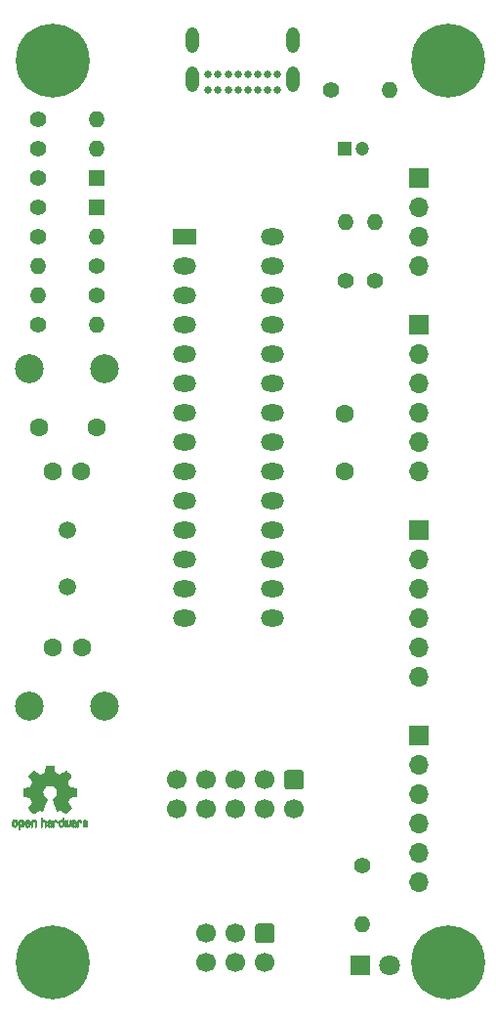
<source format=gts>
G04 #@! TF.GenerationSoftware,KiCad,Pcbnew,(5.1.7-0-10_14)*
G04 #@! TF.CreationDate,2020-11-10T17:03:04+01:00*
G04 #@! TF.ProjectId,328p-standalone,33323870-2d73-4746-916e-64616c6f6e65,rev?*
G04 #@! TF.SameCoordinates,Original*
G04 #@! TF.FileFunction,Soldermask,Top*
G04 #@! TF.FilePolarity,Negative*
%FSLAX46Y46*%
G04 Gerber Fmt 4.6, Leading zero omitted, Abs format (unit mm)*
G04 Created by KiCad (PCBNEW (5.1.7-0-10_14)) date 2020-11-10 17:03:04*
%MOMM*%
%LPD*%
G01*
G04 APERTURE LIST*
%ADD10C,0.010000*%
%ADD11C,2.500000*%
%ADD12C,1.400000*%
%ADD13R,1.400000X1.400000*%
%ADD14O,2.000000X1.440000*%
%ADD15R,2.000000X1.440000*%
%ADD16O,1.108000X2.216000*%
%ADD17C,0.650000*%
%ADD18C,6.400000*%
%ADD19O,1.400000X1.400000*%
%ADD20C,1.800000*%
%ADD21R,1.800000X1.800000*%
%ADD22C,1.600000*%
%ADD23R,1.200000X1.200000*%
%ADD24C,1.200000*%
%ADD25C,1.700000*%
%ADD26R,1.700000X1.700000*%
%ADD27O,1.700000X1.700000*%
%ADD28C,1.500000*%
G04 APERTURE END LIST*
D10*
G36*
X72253910Y-154992348D02*
G01*
X72332454Y-154992778D01*
X72389298Y-154993942D01*
X72428105Y-154996207D01*
X72452538Y-154999940D01*
X72466262Y-155005506D01*
X72472940Y-155013273D01*
X72476236Y-155023605D01*
X72476556Y-155024943D01*
X72481562Y-155049079D01*
X72490829Y-155096701D01*
X72503392Y-155162741D01*
X72518287Y-155242128D01*
X72534551Y-155329796D01*
X72535119Y-155332875D01*
X72551410Y-155418789D01*
X72566652Y-155494696D01*
X72579861Y-155556045D01*
X72590054Y-155598282D01*
X72596248Y-155616855D01*
X72596543Y-155617184D01*
X72614788Y-155626253D01*
X72652405Y-155641367D01*
X72701271Y-155659262D01*
X72701543Y-155659358D01*
X72763093Y-155682493D01*
X72835657Y-155711965D01*
X72904057Y-155741597D01*
X72907294Y-155743062D01*
X73018702Y-155793626D01*
X73265399Y-155625160D01*
X73341077Y-155573803D01*
X73409631Y-155527889D01*
X73467088Y-155490030D01*
X73509476Y-155462837D01*
X73532825Y-155448921D01*
X73535042Y-155447889D01*
X73552010Y-155452484D01*
X73583701Y-155474655D01*
X73631352Y-155515447D01*
X73696198Y-155575905D01*
X73762397Y-155640227D01*
X73826214Y-155703612D01*
X73883329Y-155761451D01*
X73930305Y-155810175D01*
X73963703Y-155846210D01*
X73980085Y-155865984D01*
X73980694Y-155867002D01*
X73982505Y-155880572D01*
X73975683Y-155902733D01*
X73958540Y-155936478D01*
X73929393Y-155984800D01*
X73886555Y-156050692D01*
X73829448Y-156135517D01*
X73778766Y-156210177D01*
X73733461Y-156277140D01*
X73696150Y-156332516D01*
X73669452Y-156372420D01*
X73655985Y-156392962D01*
X73655137Y-156394356D01*
X73656781Y-156414038D01*
X73669245Y-156452293D01*
X73690048Y-156501889D01*
X73697462Y-156517728D01*
X73729814Y-156588290D01*
X73764328Y-156668353D01*
X73792365Y-156737629D01*
X73812568Y-156789045D01*
X73828615Y-156828119D01*
X73837888Y-156848541D01*
X73839041Y-156850114D01*
X73856096Y-156852721D01*
X73896298Y-156859863D01*
X73954302Y-156870523D01*
X74024763Y-156883685D01*
X74102335Y-156898333D01*
X74181672Y-156913449D01*
X74257431Y-156928018D01*
X74324264Y-156941022D01*
X74376828Y-156951445D01*
X74409776Y-156958270D01*
X74417857Y-156960199D01*
X74426205Y-156964962D01*
X74432506Y-156975718D01*
X74437045Y-156996098D01*
X74440104Y-157029734D01*
X74441967Y-157080255D01*
X74442918Y-157151292D01*
X74443240Y-157246476D01*
X74443257Y-157285492D01*
X74443257Y-157602799D01*
X74367057Y-157617839D01*
X74324663Y-157625995D01*
X74261400Y-157637899D01*
X74184962Y-157652116D01*
X74103043Y-157667210D01*
X74080400Y-157671355D01*
X74004806Y-157686053D01*
X73938953Y-157700505D01*
X73888366Y-157713375D01*
X73858574Y-157723322D01*
X73853612Y-157726287D01*
X73841426Y-157747283D01*
X73823953Y-157787967D01*
X73804577Y-157840322D01*
X73800734Y-157851600D01*
X73775339Y-157921523D01*
X73743817Y-158000418D01*
X73712969Y-158071266D01*
X73712817Y-158071595D01*
X73661447Y-158182733D01*
X73830399Y-158431253D01*
X73999352Y-158679772D01*
X73782429Y-158897058D01*
X73716819Y-158961726D01*
X73656979Y-159018733D01*
X73606267Y-159065033D01*
X73568046Y-159097584D01*
X73545675Y-159113343D01*
X73542466Y-159114343D01*
X73523626Y-159106469D01*
X73485180Y-159084578D01*
X73431330Y-159051267D01*
X73366276Y-159009131D01*
X73295940Y-158961943D01*
X73224555Y-158913810D01*
X73160908Y-158871928D01*
X73109041Y-158838871D01*
X73072995Y-158817218D01*
X73056867Y-158809543D01*
X73037189Y-158816037D01*
X72999875Y-158833150D01*
X72952621Y-158857326D01*
X72947612Y-158860013D01*
X72883977Y-158891927D01*
X72840341Y-158907579D01*
X72813202Y-158907745D01*
X72799057Y-158893204D01*
X72798975Y-158893000D01*
X72791905Y-158875779D01*
X72775042Y-158834899D01*
X72749695Y-158773525D01*
X72717171Y-158694819D01*
X72678778Y-158601947D01*
X72635822Y-158498072D01*
X72594222Y-158397502D01*
X72548504Y-158286516D01*
X72506526Y-158183703D01*
X72469548Y-158092215D01*
X72438827Y-158015201D01*
X72415622Y-157955815D01*
X72401190Y-157917209D01*
X72396743Y-157902800D01*
X72407896Y-157886272D01*
X72437069Y-157859930D01*
X72475971Y-157830887D01*
X72586757Y-157739039D01*
X72673351Y-157633759D01*
X72734716Y-157517266D01*
X72769815Y-157391776D01*
X72777608Y-157259507D01*
X72771943Y-157198457D01*
X72741078Y-157071795D01*
X72687920Y-156959941D01*
X72615767Y-156864001D01*
X72527917Y-156785076D01*
X72427665Y-156724270D01*
X72318310Y-156682687D01*
X72203147Y-156661428D01*
X72085475Y-156661599D01*
X71968590Y-156684301D01*
X71855789Y-156730638D01*
X71750369Y-156801713D01*
X71706368Y-156841911D01*
X71621979Y-156945129D01*
X71563222Y-157057925D01*
X71529704Y-157177010D01*
X71521035Y-157299095D01*
X71536823Y-157420893D01*
X71576678Y-157539116D01*
X71640207Y-157650475D01*
X71727021Y-157751684D01*
X71824029Y-157830887D01*
X71864437Y-157861162D01*
X71892982Y-157887219D01*
X71903257Y-157902825D01*
X71897877Y-157919843D01*
X71882575Y-157960500D01*
X71858612Y-158021642D01*
X71827244Y-158100119D01*
X71789732Y-158192780D01*
X71747333Y-158296472D01*
X71705663Y-158397526D01*
X71659690Y-158508607D01*
X71617107Y-158611541D01*
X71579221Y-158703165D01*
X71547340Y-158780316D01*
X71522771Y-158839831D01*
X71506820Y-158878544D01*
X71500910Y-158893000D01*
X71486948Y-158907685D01*
X71459940Y-158907642D01*
X71416413Y-158892099D01*
X71352890Y-158860284D01*
X71352388Y-158860013D01*
X71304560Y-158835323D01*
X71265897Y-158817338D01*
X71244095Y-158809614D01*
X71243133Y-158809543D01*
X71226721Y-158817378D01*
X71190487Y-158839165D01*
X71138474Y-158872328D01*
X71074725Y-158914291D01*
X71004060Y-158961943D01*
X70932116Y-159010191D01*
X70867274Y-159052151D01*
X70813735Y-159085227D01*
X70775697Y-159106821D01*
X70757533Y-159114343D01*
X70740808Y-159104457D01*
X70707180Y-159076826D01*
X70660010Y-159034495D01*
X70602658Y-158980505D01*
X70538484Y-158917899D01*
X70517497Y-158896983D01*
X70300499Y-158679623D01*
X70465668Y-158437220D01*
X70515864Y-158362781D01*
X70559919Y-158295972D01*
X70595362Y-158240665D01*
X70619719Y-158200729D01*
X70630522Y-158180036D01*
X70630838Y-158178563D01*
X70625143Y-158159058D01*
X70609826Y-158119822D01*
X70587537Y-158067430D01*
X70571893Y-158032355D01*
X70542641Y-157965201D01*
X70515094Y-157897358D01*
X70493737Y-157840034D01*
X70487935Y-157822572D01*
X70471452Y-157775938D01*
X70455340Y-157739905D01*
X70446490Y-157726287D01*
X70426960Y-157717952D01*
X70384334Y-157706137D01*
X70324145Y-157692181D01*
X70251922Y-157677422D01*
X70219600Y-157671355D01*
X70137522Y-157656273D01*
X70058795Y-157641669D01*
X69991109Y-157628980D01*
X69942160Y-157619642D01*
X69932943Y-157617839D01*
X69856743Y-157602799D01*
X69856743Y-157285492D01*
X69856914Y-157181154D01*
X69857616Y-157102213D01*
X69859134Y-157045038D01*
X69861749Y-157005999D01*
X69865746Y-156981465D01*
X69871409Y-156967805D01*
X69879020Y-156961389D01*
X69882143Y-156960199D01*
X69900978Y-156955980D01*
X69942588Y-156947562D01*
X70001630Y-156935961D01*
X70072757Y-156922195D01*
X70150625Y-156907280D01*
X70229887Y-156892232D01*
X70305198Y-156878069D01*
X70371213Y-156865806D01*
X70422587Y-156856461D01*
X70453975Y-156851050D01*
X70460959Y-156850114D01*
X70467285Y-156837596D01*
X70481290Y-156804246D01*
X70500355Y-156756377D01*
X70507634Y-156737629D01*
X70536996Y-156665195D01*
X70571571Y-156585170D01*
X70602537Y-156517728D01*
X70625323Y-156466159D01*
X70640482Y-156423785D01*
X70645542Y-156397834D01*
X70644736Y-156394356D01*
X70634041Y-156377936D01*
X70609620Y-156341417D01*
X70574095Y-156288687D01*
X70530087Y-156223635D01*
X70480217Y-156150151D01*
X70470356Y-156135645D01*
X70412492Y-156049704D01*
X70369956Y-155984261D01*
X70341054Y-155936304D01*
X70324090Y-155902820D01*
X70317367Y-155880795D01*
X70319190Y-155867217D01*
X70319236Y-155867131D01*
X70333586Y-155849297D01*
X70365323Y-155814817D01*
X70411010Y-155767268D01*
X70467204Y-155710222D01*
X70530468Y-155647255D01*
X70537602Y-155640227D01*
X70617330Y-155563020D01*
X70678857Y-155506330D01*
X70723421Y-155469110D01*
X70752257Y-155450315D01*
X70764958Y-155447889D01*
X70783494Y-155458471D01*
X70821961Y-155482916D01*
X70876386Y-155518612D01*
X70942798Y-155562947D01*
X71017225Y-155613311D01*
X71034601Y-155625160D01*
X71281297Y-155793626D01*
X71392706Y-155743062D01*
X71460457Y-155713595D01*
X71533183Y-155683959D01*
X71595703Y-155660330D01*
X71598457Y-155659358D01*
X71647360Y-155641457D01*
X71685057Y-155626320D01*
X71703425Y-155617210D01*
X71703456Y-155617184D01*
X71709285Y-155600717D01*
X71719192Y-155560219D01*
X71732195Y-155500242D01*
X71747309Y-155425340D01*
X71763552Y-155340064D01*
X71764881Y-155332875D01*
X71781175Y-155245014D01*
X71796133Y-155165260D01*
X71808791Y-155098681D01*
X71818186Y-155050347D01*
X71823354Y-155025325D01*
X71823444Y-155024943D01*
X71826589Y-155014299D01*
X71832704Y-155006262D01*
X71845453Y-155000467D01*
X71868500Y-154996547D01*
X71905509Y-154994135D01*
X71960144Y-154992865D01*
X72036067Y-154992371D01*
X72136944Y-154992286D01*
X72150000Y-154992286D01*
X72253910Y-154992348D01*
G37*
X72253910Y-154992348D02*
X72332454Y-154992778D01*
X72389298Y-154993942D01*
X72428105Y-154996207D01*
X72452538Y-154999940D01*
X72466262Y-155005506D01*
X72472940Y-155013273D01*
X72476236Y-155023605D01*
X72476556Y-155024943D01*
X72481562Y-155049079D01*
X72490829Y-155096701D01*
X72503392Y-155162741D01*
X72518287Y-155242128D01*
X72534551Y-155329796D01*
X72535119Y-155332875D01*
X72551410Y-155418789D01*
X72566652Y-155494696D01*
X72579861Y-155556045D01*
X72590054Y-155598282D01*
X72596248Y-155616855D01*
X72596543Y-155617184D01*
X72614788Y-155626253D01*
X72652405Y-155641367D01*
X72701271Y-155659262D01*
X72701543Y-155659358D01*
X72763093Y-155682493D01*
X72835657Y-155711965D01*
X72904057Y-155741597D01*
X72907294Y-155743062D01*
X73018702Y-155793626D01*
X73265399Y-155625160D01*
X73341077Y-155573803D01*
X73409631Y-155527889D01*
X73467088Y-155490030D01*
X73509476Y-155462837D01*
X73532825Y-155448921D01*
X73535042Y-155447889D01*
X73552010Y-155452484D01*
X73583701Y-155474655D01*
X73631352Y-155515447D01*
X73696198Y-155575905D01*
X73762397Y-155640227D01*
X73826214Y-155703612D01*
X73883329Y-155761451D01*
X73930305Y-155810175D01*
X73963703Y-155846210D01*
X73980085Y-155865984D01*
X73980694Y-155867002D01*
X73982505Y-155880572D01*
X73975683Y-155902733D01*
X73958540Y-155936478D01*
X73929393Y-155984800D01*
X73886555Y-156050692D01*
X73829448Y-156135517D01*
X73778766Y-156210177D01*
X73733461Y-156277140D01*
X73696150Y-156332516D01*
X73669452Y-156372420D01*
X73655985Y-156392962D01*
X73655137Y-156394356D01*
X73656781Y-156414038D01*
X73669245Y-156452293D01*
X73690048Y-156501889D01*
X73697462Y-156517728D01*
X73729814Y-156588290D01*
X73764328Y-156668353D01*
X73792365Y-156737629D01*
X73812568Y-156789045D01*
X73828615Y-156828119D01*
X73837888Y-156848541D01*
X73839041Y-156850114D01*
X73856096Y-156852721D01*
X73896298Y-156859863D01*
X73954302Y-156870523D01*
X74024763Y-156883685D01*
X74102335Y-156898333D01*
X74181672Y-156913449D01*
X74257431Y-156928018D01*
X74324264Y-156941022D01*
X74376828Y-156951445D01*
X74409776Y-156958270D01*
X74417857Y-156960199D01*
X74426205Y-156964962D01*
X74432506Y-156975718D01*
X74437045Y-156996098D01*
X74440104Y-157029734D01*
X74441967Y-157080255D01*
X74442918Y-157151292D01*
X74443240Y-157246476D01*
X74443257Y-157285492D01*
X74443257Y-157602799D01*
X74367057Y-157617839D01*
X74324663Y-157625995D01*
X74261400Y-157637899D01*
X74184962Y-157652116D01*
X74103043Y-157667210D01*
X74080400Y-157671355D01*
X74004806Y-157686053D01*
X73938953Y-157700505D01*
X73888366Y-157713375D01*
X73858574Y-157723322D01*
X73853612Y-157726287D01*
X73841426Y-157747283D01*
X73823953Y-157787967D01*
X73804577Y-157840322D01*
X73800734Y-157851600D01*
X73775339Y-157921523D01*
X73743817Y-158000418D01*
X73712969Y-158071266D01*
X73712817Y-158071595D01*
X73661447Y-158182733D01*
X73830399Y-158431253D01*
X73999352Y-158679772D01*
X73782429Y-158897058D01*
X73716819Y-158961726D01*
X73656979Y-159018733D01*
X73606267Y-159065033D01*
X73568046Y-159097584D01*
X73545675Y-159113343D01*
X73542466Y-159114343D01*
X73523626Y-159106469D01*
X73485180Y-159084578D01*
X73431330Y-159051267D01*
X73366276Y-159009131D01*
X73295940Y-158961943D01*
X73224555Y-158913810D01*
X73160908Y-158871928D01*
X73109041Y-158838871D01*
X73072995Y-158817218D01*
X73056867Y-158809543D01*
X73037189Y-158816037D01*
X72999875Y-158833150D01*
X72952621Y-158857326D01*
X72947612Y-158860013D01*
X72883977Y-158891927D01*
X72840341Y-158907579D01*
X72813202Y-158907745D01*
X72799057Y-158893204D01*
X72798975Y-158893000D01*
X72791905Y-158875779D01*
X72775042Y-158834899D01*
X72749695Y-158773525D01*
X72717171Y-158694819D01*
X72678778Y-158601947D01*
X72635822Y-158498072D01*
X72594222Y-158397502D01*
X72548504Y-158286516D01*
X72506526Y-158183703D01*
X72469548Y-158092215D01*
X72438827Y-158015201D01*
X72415622Y-157955815D01*
X72401190Y-157917209D01*
X72396743Y-157902800D01*
X72407896Y-157886272D01*
X72437069Y-157859930D01*
X72475971Y-157830887D01*
X72586757Y-157739039D01*
X72673351Y-157633759D01*
X72734716Y-157517266D01*
X72769815Y-157391776D01*
X72777608Y-157259507D01*
X72771943Y-157198457D01*
X72741078Y-157071795D01*
X72687920Y-156959941D01*
X72615767Y-156864001D01*
X72527917Y-156785076D01*
X72427665Y-156724270D01*
X72318310Y-156682687D01*
X72203147Y-156661428D01*
X72085475Y-156661599D01*
X71968590Y-156684301D01*
X71855789Y-156730638D01*
X71750369Y-156801713D01*
X71706368Y-156841911D01*
X71621979Y-156945129D01*
X71563222Y-157057925D01*
X71529704Y-157177010D01*
X71521035Y-157299095D01*
X71536823Y-157420893D01*
X71576678Y-157539116D01*
X71640207Y-157650475D01*
X71727021Y-157751684D01*
X71824029Y-157830887D01*
X71864437Y-157861162D01*
X71892982Y-157887219D01*
X71903257Y-157902825D01*
X71897877Y-157919843D01*
X71882575Y-157960500D01*
X71858612Y-158021642D01*
X71827244Y-158100119D01*
X71789732Y-158192780D01*
X71747333Y-158296472D01*
X71705663Y-158397526D01*
X71659690Y-158508607D01*
X71617107Y-158611541D01*
X71579221Y-158703165D01*
X71547340Y-158780316D01*
X71522771Y-158839831D01*
X71506820Y-158878544D01*
X71500910Y-158893000D01*
X71486948Y-158907685D01*
X71459940Y-158907642D01*
X71416413Y-158892099D01*
X71352890Y-158860284D01*
X71352388Y-158860013D01*
X71304560Y-158835323D01*
X71265897Y-158817338D01*
X71244095Y-158809614D01*
X71243133Y-158809543D01*
X71226721Y-158817378D01*
X71190487Y-158839165D01*
X71138474Y-158872328D01*
X71074725Y-158914291D01*
X71004060Y-158961943D01*
X70932116Y-159010191D01*
X70867274Y-159052151D01*
X70813735Y-159085227D01*
X70775697Y-159106821D01*
X70757533Y-159114343D01*
X70740808Y-159104457D01*
X70707180Y-159076826D01*
X70660010Y-159034495D01*
X70602658Y-158980505D01*
X70538484Y-158917899D01*
X70517497Y-158896983D01*
X70300499Y-158679623D01*
X70465668Y-158437220D01*
X70515864Y-158362781D01*
X70559919Y-158295972D01*
X70595362Y-158240665D01*
X70619719Y-158200729D01*
X70630522Y-158180036D01*
X70630838Y-158178563D01*
X70625143Y-158159058D01*
X70609826Y-158119822D01*
X70587537Y-158067430D01*
X70571893Y-158032355D01*
X70542641Y-157965201D01*
X70515094Y-157897358D01*
X70493737Y-157840034D01*
X70487935Y-157822572D01*
X70471452Y-157775938D01*
X70455340Y-157739905D01*
X70446490Y-157726287D01*
X70426960Y-157717952D01*
X70384334Y-157706137D01*
X70324145Y-157692181D01*
X70251922Y-157677422D01*
X70219600Y-157671355D01*
X70137522Y-157656273D01*
X70058795Y-157641669D01*
X69991109Y-157628980D01*
X69942160Y-157619642D01*
X69932943Y-157617839D01*
X69856743Y-157602799D01*
X69856743Y-157285492D01*
X69856914Y-157181154D01*
X69857616Y-157102213D01*
X69859134Y-157045038D01*
X69861749Y-157005999D01*
X69865746Y-156981465D01*
X69871409Y-156967805D01*
X69879020Y-156961389D01*
X69882143Y-156960199D01*
X69900978Y-156955980D01*
X69942588Y-156947562D01*
X70001630Y-156935961D01*
X70072757Y-156922195D01*
X70150625Y-156907280D01*
X70229887Y-156892232D01*
X70305198Y-156878069D01*
X70371213Y-156865806D01*
X70422587Y-156856461D01*
X70453975Y-156851050D01*
X70460959Y-156850114D01*
X70467285Y-156837596D01*
X70481290Y-156804246D01*
X70500355Y-156756377D01*
X70507634Y-156737629D01*
X70536996Y-156665195D01*
X70571571Y-156585170D01*
X70602537Y-156517728D01*
X70625323Y-156466159D01*
X70640482Y-156423785D01*
X70645542Y-156397834D01*
X70644736Y-156394356D01*
X70634041Y-156377936D01*
X70609620Y-156341417D01*
X70574095Y-156288687D01*
X70530087Y-156223635D01*
X70480217Y-156150151D01*
X70470356Y-156135645D01*
X70412492Y-156049704D01*
X70369956Y-155984261D01*
X70341054Y-155936304D01*
X70324090Y-155902820D01*
X70317367Y-155880795D01*
X70319190Y-155867217D01*
X70319236Y-155867131D01*
X70333586Y-155849297D01*
X70365323Y-155814817D01*
X70411010Y-155767268D01*
X70467204Y-155710222D01*
X70530468Y-155647255D01*
X70537602Y-155640227D01*
X70617330Y-155563020D01*
X70678857Y-155506330D01*
X70723421Y-155469110D01*
X70752257Y-155450315D01*
X70764958Y-155447889D01*
X70783494Y-155458471D01*
X70821961Y-155482916D01*
X70876386Y-155518612D01*
X70942798Y-155562947D01*
X71017225Y-155613311D01*
X71034601Y-155625160D01*
X71281297Y-155793626D01*
X71392706Y-155743062D01*
X71460457Y-155713595D01*
X71533183Y-155683959D01*
X71595703Y-155660330D01*
X71598457Y-155659358D01*
X71647360Y-155641457D01*
X71685057Y-155626320D01*
X71703425Y-155617210D01*
X71703456Y-155617184D01*
X71709285Y-155600717D01*
X71719192Y-155560219D01*
X71732195Y-155500242D01*
X71747309Y-155425340D01*
X71763552Y-155340064D01*
X71764881Y-155332875D01*
X71781175Y-155245014D01*
X71796133Y-155165260D01*
X71808791Y-155098681D01*
X71818186Y-155050347D01*
X71823354Y-155025325D01*
X71823444Y-155024943D01*
X71826589Y-155014299D01*
X71832704Y-155006262D01*
X71845453Y-155000467D01*
X71868500Y-154996547D01*
X71905509Y-154994135D01*
X71960144Y-154992865D01*
X72036067Y-154992371D01*
X72136944Y-154992286D01*
X72150000Y-154992286D01*
X72253910Y-154992348D01*
G36*
X75303595Y-159716966D02*
G01*
X75361021Y-159754497D01*
X75388719Y-159788096D01*
X75410662Y-159849064D01*
X75412405Y-159897308D01*
X75408457Y-159961816D01*
X75259686Y-160026934D01*
X75187349Y-160060202D01*
X75140084Y-160086964D01*
X75115507Y-160110144D01*
X75111237Y-160132667D01*
X75124889Y-160157455D01*
X75139943Y-160173886D01*
X75183746Y-160200235D01*
X75231389Y-160202081D01*
X75275145Y-160181546D01*
X75307289Y-160140752D01*
X75313038Y-160126347D01*
X75340576Y-160081356D01*
X75372258Y-160062182D01*
X75415714Y-160045779D01*
X75415714Y-160107966D01*
X75411872Y-160150283D01*
X75396823Y-160185969D01*
X75365280Y-160226943D01*
X75360592Y-160232267D01*
X75325506Y-160268720D01*
X75295347Y-160288283D01*
X75257615Y-160297283D01*
X75226335Y-160300230D01*
X75170385Y-160300965D01*
X75130555Y-160291660D01*
X75105708Y-160277846D01*
X75066656Y-160247467D01*
X75039625Y-160214613D01*
X75022517Y-160173294D01*
X75013238Y-160117521D01*
X75009693Y-160041305D01*
X75009410Y-160002622D01*
X75010372Y-159956247D01*
X75098007Y-159956247D01*
X75099023Y-159981126D01*
X75101556Y-159985200D01*
X75118274Y-159979665D01*
X75154249Y-159965017D01*
X75202331Y-159944190D01*
X75212386Y-159939714D01*
X75273152Y-159908814D01*
X75306632Y-159881657D01*
X75313990Y-159856220D01*
X75296391Y-159830481D01*
X75281856Y-159819109D01*
X75229410Y-159796364D01*
X75180322Y-159800122D01*
X75139227Y-159827884D01*
X75110758Y-159877152D01*
X75101631Y-159916257D01*
X75098007Y-159956247D01*
X75010372Y-159956247D01*
X75011285Y-159912249D01*
X75018196Y-159845384D01*
X75031884Y-159796695D01*
X75054096Y-159760849D01*
X75086574Y-159732513D01*
X75100733Y-159723355D01*
X75165053Y-159699507D01*
X75235473Y-159698006D01*
X75303595Y-159716966D01*
G37*
X75303595Y-159716966D02*
X75361021Y-159754497D01*
X75388719Y-159788096D01*
X75410662Y-159849064D01*
X75412405Y-159897308D01*
X75408457Y-159961816D01*
X75259686Y-160026934D01*
X75187349Y-160060202D01*
X75140084Y-160086964D01*
X75115507Y-160110144D01*
X75111237Y-160132667D01*
X75124889Y-160157455D01*
X75139943Y-160173886D01*
X75183746Y-160200235D01*
X75231389Y-160202081D01*
X75275145Y-160181546D01*
X75307289Y-160140752D01*
X75313038Y-160126347D01*
X75340576Y-160081356D01*
X75372258Y-160062182D01*
X75415714Y-160045779D01*
X75415714Y-160107966D01*
X75411872Y-160150283D01*
X75396823Y-160185969D01*
X75365280Y-160226943D01*
X75360592Y-160232267D01*
X75325506Y-160268720D01*
X75295347Y-160288283D01*
X75257615Y-160297283D01*
X75226335Y-160300230D01*
X75170385Y-160300965D01*
X75130555Y-160291660D01*
X75105708Y-160277846D01*
X75066656Y-160247467D01*
X75039625Y-160214613D01*
X75022517Y-160173294D01*
X75013238Y-160117521D01*
X75009693Y-160041305D01*
X75009410Y-160002622D01*
X75010372Y-159956247D01*
X75098007Y-159956247D01*
X75099023Y-159981126D01*
X75101556Y-159985200D01*
X75118274Y-159979665D01*
X75154249Y-159965017D01*
X75202331Y-159944190D01*
X75212386Y-159939714D01*
X75273152Y-159908814D01*
X75306632Y-159881657D01*
X75313990Y-159856220D01*
X75296391Y-159830481D01*
X75281856Y-159819109D01*
X75229410Y-159796364D01*
X75180322Y-159800122D01*
X75139227Y-159827884D01*
X75110758Y-159877152D01*
X75101631Y-159916257D01*
X75098007Y-159956247D01*
X75010372Y-159956247D01*
X75011285Y-159912249D01*
X75018196Y-159845384D01*
X75031884Y-159796695D01*
X75054096Y-159760849D01*
X75086574Y-159732513D01*
X75100733Y-159723355D01*
X75165053Y-159699507D01*
X75235473Y-159698006D01*
X75303595Y-159716966D01*
G36*
X74294876Y-159706335D02*
G01*
X74336667Y-159725344D01*
X74369469Y-159748378D01*
X74393503Y-159774133D01*
X74410097Y-159807358D01*
X74420577Y-159852800D01*
X74426271Y-159915207D01*
X74428507Y-159999327D01*
X74428743Y-160054721D01*
X74428743Y-160270826D01*
X74391774Y-160287670D01*
X74362656Y-160299981D01*
X74348231Y-160304514D01*
X74345472Y-160291025D01*
X74343282Y-160254653D01*
X74341942Y-160201542D01*
X74341657Y-160159372D01*
X74340434Y-160098447D01*
X74337136Y-160050115D01*
X74332321Y-160020518D01*
X74328496Y-160014229D01*
X74302783Y-160020652D01*
X74262418Y-160037125D01*
X74215679Y-160059458D01*
X74170845Y-160083457D01*
X74136193Y-160104930D01*
X74120002Y-160119685D01*
X74119938Y-160119845D01*
X74121330Y-160147152D01*
X74133818Y-160173219D01*
X74155743Y-160194392D01*
X74187743Y-160201474D01*
X74215092Y-160200649D01*
X74253826Y-160200042D01*
X74274158Y-160209116D01*
X74286369Y-160233092D01*
X74287909Y-160237613D01*
X74293203Y-160271806D01*
X74279047Y-160292568D01*
X74242148Y-160302462D01*
X74202289Y-160304292D01*
X74130562Y-160290727D01*
X74093432Y-160271355D01*
X74047576Y-160225845D01*
X74023256Y-160169983D01*
X74021073Y-160110957D01*
X74041629Y-160055953D01*
X74072549Y-160021486D01*
X74103420Y-160002189D01*
X74151942Y-159977759D01*
X74208485Y-159952985D01*
X74217910Y-159949199D01*
X74280019Y-159921791D01*
X74315822Y-159897634D01*
X74327337Y-159873619D01*
X74316580Y-159846635D01*
X74298114Y-159825543D01*
X74254469Y-159799572D01*
X74206446Y-159797624D01*
X74162406Y-159817637D01*
X74130709Y-159857551D01*
X74126549Y-159867848D01*
X74102327Y-159905724D01*
X74066965Y-159933842D01*
X74022343Y-159956917D01*
X74022343Y-159891485D01*
X74024969Y-159851506D01*
X74036230Y-159819997D01*
X74061199Y-159786378D01*
X74085169Y-159760484D01*
X74122441Y-159723817D01*
X74151401Y-159704121D01*
X74182505Y-159696220D01*
X74217713Y-159694914D01*
X74294876Y-159706335D01*
G37*
X74294876Y-159706335D02*
X74336667Y-159725344D01*
X74369469Y-159748378D01*
X74393503Y-159774133D01*
X74410097Y-159807358D01*
X74420577Y-159852800D01*
X74426271Y-159915207D01*
X74428507Y-159999327D01*
X74428743Y-160054721D01*
X74428743Y-160270826D01*
X74391774Y-160287670D01*
X74362656Y-160299981D01*
X74348231Y-160304514D01*
X74345472Y-160291025D01*
X74343282Y-160254653D01*
X74341942Y-160201542D01*
X74341657Y-160159372D01*
X74340434Y-160098447D01*
X74337136Y-160050115D01*
X74332321Y-160020518D01*
X74328496Y-160014229D01*
X74302783Y-160020652D01*
X74262418Y-160037125D01*
X74215679Y-160059458D01*
X74170845Y-160083457D01*
X74136193Y-160104930D01*
X74120002Y-160119685D01*
X74119938Y-160119845D01*
X74121330Y-160147152D01*
X74133818Y-160173219D01*
X74155743Y-160194392D01*
X74187743Y-160201474D01*
X74215092Y-160200649D01*
X74253826Y-160200042D01*
X74274158Y-160209116D01*
X74286369Y-160233092D01*
X74287909Y-160237613D01*
X74293203Y-160271806D01*
X74279047Y-160292568D01*
X74242148Y-160302462D01*
X74202289Y-160304292D01*
X74130562Y-160290727D01*
X74093432Y-160271355D01*
X74047576Y-160225845D01*
X74023256Y-160169983D01*
X74021073Y-160110957D01*
X74041629Y-160055953D01*
X74072549Y-160021486D01*
X74103420Y-160002189D01*
X74151942Y-159977759D01*
X74208485Y-159952985D01*
X74217910Y-159949199D01*
X74280019Y-159921791D01*
X74315822Y-159897634D01*
X74327337Y-159873619D01*
X74316580Y-159846635D01*
X74298114Y-159825543D01*
X74254469Y-159799572D01*
X74206446Y-159797624D01*
X74162406Y-159817637D01*
X74130709Y-159857551D01*
X74126549Y-159867848D01*
X74102327Y-159905724D01*
X74066965Y-159933842D01*
X74022343Y-159956917D01*
X74022343Y-159891485D01*
X74024969Y-159851506D01*
X74036230Y-159819997D01*
X74061199Y-159786378D01*
X74085169Y-159760484D01*
X74122441Y-159723817D01*
X74151401Y-159704121D01*
X74182505Y-159696220D01*
X74217713Y-159694914D01*
X74294876Y-159706335D01*
G36*
X74802600Y-159708752D02*
G01*
X74819948Y-159716334D01*
X74861356Y-159749128D01*
X74896765Y-159796547D01*
X74918664Y-159847151D01*
X74922229Y-159872098D01*
X74910279Y-159906927D01*
X74884067Y-159925357D01*
X74855964Y-159936516D01*
X74843095Y-159938572D01*
X74836829Y-159923649D01*
X74824456Y-159891175D01*
X74819028Y-159876502D01*
X74788590Y-159825744D01*
X74744520Y-159800427D01*
X74688010Y-159801206D01*
X74683825Y-159802203D01*
X74653655Y-159816507D01*
X74631476Y-159844393D01*
X74616327Y-159889287D01*
X74607250Y-159954615D01*
X74603286Y-160043804D01*
X74602914Y-160091261D01*
X74602730Y-160166071D01*
X74601522Y-160217069D01*
X74598309Y-160249471D01*
X74592109Y-160268495D01*
X74581940Y-160279356D01*
X74566819Y-160287272D01*
X74565946Y-160287670D01*
X74536828Y-160299981D01*
X74522403Y-160304514D01*
X74520186Y-160290809D01*
X74518289Y-160252925D01*
X74516847Y-160195715D01*
X74515998Y-160124027D01*
X74515829Y-160071565D01*
X74516692Y-159970047D01*
X74520070Y-159893032D01*
X74527142Y-159836023D01*
X74539088Y-159794526D01*
X74557090Y-159764043D01*
X74582327Y-159740080D01*
X74607247Y-159723355D01*
X74667171Y-159701097D01*
X74736911Y-159696076D01*
X74802600Y-159708752D01*
G37*
X74802600Y-159708752D02*
X74819948Y-159716334D01*
X74861356Y-159749128D01*
X74896765Y-159796547D01*
X74918664Y-159847151D01*
X74922229Y-159872098D01*
X74910279Y-159906927D01*
X74884067Y-159925357D01*
X74855964Y-159936516D01*
X74843095Y-159938572D01*
X74836829Y-159923649D01*
X74824456Y-159891175D01*
X74819028Y-159876502D01*
X74788590Y-159825744D01*
X74744520Y-159800427D01*
X74688010Y-159801206D01*
X74683825Y-159802203D01*
X74653655Y-159816507D01*
X74631476Y-159844393D01*
X74616327Y-159889287D01*
X74607250Y-159954615D01*
X74603286Y-160043804D01*
X74602914Y-160091261D01*
X74602730Y-160166071D01*
X74601522Y-160217069D01*
X74598309Y-160249471D01*
X74592109Y-160268495D01*
X74581940Y-160279356D01*
X74566819Y-160287272D01*
X74565946Y-160287670D01*
X74536828Y-160299981D01*
X74522403Y-160304514D01*
X74520186Y-160290809D01*
X74518289Y-160252925D01*
X74516847Y-160195715D01*
X74515998Y-160124027D01*
X74515829Y-160071565D01*
X74516692Y-159970047D01*
X74520070Y-159893032D01*
X74527142Y-159836023D01*
X74539088Y-159794526D01*
X74557090Y-159764043D01*
X74582327Y-159740080D01*
X74607247Y-159723355D01*
X74667171Y-159701097D01*
X74736911Y-159696076D01*
X74802600Y-159708752D01*
G36*
X70866093Y-159677780D02*
G01*
X70912672Y-159704723D01*
X70945057Y-159731466D01*
X70968742Y-159759484D01*
X70985059Y-159793748D01*
X70995339Y-159839227D01*
X71000914Y-159900892D01*
X71003116Y-159983711D01*
X71003371Y-160043246D01*
X71003371Y-160262391D01*
X70941686Y-160290044D01*
X70880000Y-160317697D01*
X70872743Y-160077670D01*
X70869744Y-159988028D01*
X70866598Y-159922962D01*
X70862701Y-159878026D01*
X70857447Y-159848770D01*
X70850231Y-159830748D01*
X70840450Y-159819511D01*
X70837312Y-159817079D01*
X70789761Y-159798083D01*
X70741697Y-159805600D01*
X70713086Y-159825543D01*
X70701447Y-159839675D01*
X70693391Y-159858220D01*
X70688271Y-159886334D01*
X70685441Y-159929173D01*
X70684256Y-159991895D01*
X70684057Y-160057261D01*
X70684018Y-160139268D01*
X70682614Y-160197316D01*
X70677914Y-160236465D01*
X70667987Y-160261780D01*
X70650903Y-160278323D01*
X70624732Y-160291156D01*
X70589775Y-160304491D01*
X70551596Y-160319007D01*
X70556141Y-160061389D01*
X70557971Y-159968519D01*
X70560112Y-159899889D01*
X70563181Y-159850711D01*
X70567794Y-159816198D01*
X70574568Y-159791562D01*
X70584119Y-159772016D01*
X70595634Y-159754770D01*
X70651190Y-159699680D01*
X70718980Y-159667822D01*
X70792713Y-159660191D01*
X70866093Y-159677780D01*
G37*
X70866093Y-159677780D02*
X70912672Y-159704723D01*
X70945057Y-159731466D01*
X70968742Y-159759484D01*
X70985059Y-159793748D01*
X70995339Y-159839227D01*
X71000914Y-159900892D01*
X71003116Y-159983711D01*
X71003371Y-160043246D01*
X71003371Y-160262391D01*
X70941686Y-160290044D01*
X70880000Y-160317697D01*
X70872743Y-160077670D01*
X70869744Y-159988028D01*
X70866598Y-159922962D01*
X70862701Y-159878026D01*
X70857447Y-159848770D01*
X70850231Y-159830748D01*
X70840450Y-159819511D01*
X70837312Y-159817079D01*
X70789761Y-159798083D01*
X70741697Y-159805600D01*
X70713086Y-159825543D01*
X70701447Y-159839675D01*
X70693391Y-159858220D01*
X70688271Y-159886334D01*
X70685441Y-159929173D01*
X70684256Y-159991895D01*
X70684057Y-160057261D01*
X70684018Y-160139268D01*
X70682614Y-160197316D01*
X70677914Y-160236465D01*
X70667987Y-160261780D01*
X70650903Y-160278323D01*
X70624732Y-160291156D01*
X70589775Y-160304491D01*
X70551596Y-160319007D01*
X70556141Y-160061389D01*
X70557971Y-159968519D01*
X70560112Y-159899889D01*
X70563181Y-159850711D01*
X70567794Y-159816198D01*
X70574568Y-159791562D01*
X70584119Y-159772016D01*
X70595634Y-159754770D01*
X70651190Y-159699680D01*
X70718980Y-159667822D01*
X70792713Y-159660191D01*
X70866093Y-159677780D01*
G36*
X73340117Y-159815358D02*
G01*
X73339933Y-159923837D01*
X73339219Y-160007287D01*
X73337675Y-160069704D01*
X73335001Y-160115085D01*
X73330894Y-160147429D01*
X73325055Y-160170733D01*
X73317182Y-160188995D01*
X73311221Y-160199418D01*
X73261855Y-160255945D01*
X73199264Y-160291377D01*
X73130013Y-160304090D01*
X73060668Y-160292463D01*
X73019375Y-160271568D01*
X72976025Y-160235422D01*
X72946481Y-160191276D01*
X72928655Y-160133462D01*
X72920463Y-160056313D01*
X72919302Y-159999714D01*
X72919458Y-159995647D01*
X73020857Y-159995647D01*
X73021476Y-160060550D01*
X73024314Y-160103514D01*
X73030840Y-160131622D01*
X73042523Y-160151953D01*
X73056483Y-160167288D01*
X73103365Y-160196890D01*
X73153701Y-160199419D01*
X73201276Y-160174705D01*
X73204979Y-160171356D01*
X73220783Y-160153935D01*
X73230693Y-160133209D01*
X73236058Y-160102362D01*
X73238228Y-160054577D01*
X73238571Y-160001748D01*
X73237827Y-159935381D01*
X73234748Y-159891106D01*
X73228061Y-159862009D01*
X73216496Y-159841173D01*
X73207013Y-159830107D01*
X73162960Y-159802198D01*
X73112224Y-159798843D01*
X73063796Y-159820159D01*
X73054450Y-159828073D01*
X73038540Y-159845647D01*
X73028610Y-159866587D01*
X73023278Y-159897782D01*
X73021163Y-159946122D01*
X73020857Y-159995647D01*
X72919458Y-159995647D01*
X72922810Y-159908568D01*
X72934726Y-159840086D01*
X72957135Y-159788600D01*
X72992124Y-159748443D01*
X73019375Y-159727861D01*
X73068907Y-159705625D01*
X73126316Y-159695304D01*
X73179682Y-159698067D01*
X73209543Y-159709212D01*
X73221261Y-159712383D01*
X73229037Y-159700557D01*
X73234465Y-159668866D01*
X73238571Y-159620593D01*
X73243067Y-159566829D01*
X73249313Y-159534482D01*
X73260676Y-159515985D01*
X73280528Y-159503770D01*
X73293000Y-159498362D01*
X73340171Y-159478601D01*
X73340117Y-159815358D01*
G37*
X73340117Y-159815358D02*
X73339933Y-159923837D01*
X73339219Y-160007287D01*
X73337675Y-160069704D01*
X73335001Y-160115085D01*
X73330894Y-160147429D01*
X73325055Y-160170733D01*
X73317182Y-160188995D01*
X73311221Y-160199418D01*
X73261855Y-160255945D01*
X73199264Y-160291377D01*
X73130013Y-160304090D01*
X73060668Y-160292463D01*
X73019375Y-160271568D01*
X72976025Y-160235422D01*
X72946481Y-160191276D01*
X72928655Y-160133462D01*
X72920463Y-160056313D01*
X72919302Y-159999714D01*
X72919458Y-159995647D01*
X73020857Y-159995647D01*
X73021476Y-160060550D01*
X73024314Y-160103514D01*
X73030840Y-160131622D01*
X73042523Y-160151953D01*
X73056483Y-160167288D01*
X73103365Y-160196890D01*
X73153701Y-160199419D01*
X73201276Y-160174705D01*
X73204979Y-160171356D01*
X73220783Y-160153935D01*
X73230693Y-160133209D01*
X73236058Y-160102362D01*
X73238228Y-160054577D01*
X73238571Y-160001748D01*
X73237827Y-159935381D01*
X73234748Y-159891106D01*
X73228061Y-159862009D01*
X73216496Y-159841173D01*
X73207013Y-159830107D01*
X73162960Y-159802198D01*
X73112224Y-159798843D01*
X73063796Y-159820159D01*
X73054450Y-159828073D01*
X73038540Y-159845647D01*
X73028610Y-159866587D01*
X73023278Y-159897782D01*
X73021163Y-159946122D01*
X73020857Y-159995647D01*
X72919458Y-159995647D01*
X72922810Y-159908568D01*
X72934726Y-159840086D01*
X72957135Y-159788600D01*
X72992124Y-159748443D01*
X73019375Y-159727861D01*
X73068907Y-159705625D01*
X73126316Y-159695304D01*
X73179682Y-159698067D01*
X73209543Y-159709212D01*
X73221261Y-159712383D01*
X73229037Y-159700557D01*
X73234465Y-159668866D01*
X73238571Y-159620593D01*
X73243067Y-159566829D01*
X73249313Y-159534482D01*
X73260676Y-159515985D01*
X73280528Y-159503770D01*
X73293000Y-159498362D01*
X73340171Y-159478601D01*
X73340117Y-159815358D01*
G36*
X73929833Y-159708663D02*
G01*
X73932048Y-159746850D01*
X73933784Y-159804886D01*
X73934899Y-159878180D01*
X73935257Y-159955055D01*
X73935257Y-160215196D01*
X73889326Y-160261127D01*
X73857675Y-160289429D01*
X73829890Y-160300893D01*
X73791915Y-160300168D01*
X73776840Y-160298321D01*
X73729726Y-160292948D01*
X73690756Y-160289869D01*
X73681257Y-160289585D01*
X73649233Y-160291445D01*
X73603432Y-160296114D01*
X73585674Y-160298321D01*
X73542057Y-160301735D01*
X73512745Y-160294320D01*
X73483680Y-160271427D01*
X73473188Y-160261127D01*
X73427257Y-160215196D01*
X73427257Y-159728602D01*
X73464226Y-159711758D01*
X73496059Y-159699282D01*
X73514683Y-159694914D01*
X73519458Y-159708718D01*
X73523921Y-159747286D01*
X73527775Y-159806356D01*
X73530722Y-159881663D01*
X73532143Y-159945286D01*
X73536114Y-160195657D01*
X73570759Y-160200556D01*
X73602268Y-160197131D01*
X73617708Y-160186041D01*
X73622023Y-160165308D01*
X73625708Y-160121145D01*
X73628469Y-160059146D01*
X73630012Y-159984909D01*
X73630235Y-159946706D01*
X73630457Y-159726783D01*
X73676166Y-159710849D01*
X73708518Y-159700015D01*
X73726115Y-159694962D01*
X73726623Y-159694914D01*
X73728388Y-159708648D01*
X73730329Y-159746730D01*
X73732282Y-159804482D01*
X73734084Y-159877227D01*
X73735343Y-159945286D01*
X73739314Y-160195657D01*
X73826400Y-160195657D01*
X73830396Y-159967240D01*
X73834392Y-159738822D01*
X73876847Y-159716868D01*
X73908192Y-159701793D01*
X73926744Y-159694951D01*
X73927279Y-159694914D01*
X73929833Y-159708663D01*
G37*
X73929833Y-159708663D02*
X73932048Y-159746850D01*
X73933784Y-159804886D01*
X73934899Y-159878180D01*
X73935257Y-159955055D01*
X73935257Y-160215196D01*
X73889326Y-160261127D01*
X73857675Y-160289429D01*
X73829890Y-160300893D01*
X73791915Y-160300168D01*
X73776840Y-160298321D01*
X73729726Y-160292948D01*
X73690756Y-160289869D01*
X73681257Y-160289585D01*
X73649233Y-160291445D01*
X73603432Y-160296114D01*
X73585674Y-160298321D01*
X73542057Y-160301735D01*
X73512745Y-160294320D01*
X73483680Y-160271427D01*
X73473188Y-160261127D01*
X73427257Y-160215196D01*
X73427257Y-159728602D01*
X73464226Y-159711758D01*
X73496059Y-159699282D01*
X73514683Y-159694914D01*
X73519458Y-159708718D01*
X73523921Y-159747286D01*
X73527775Y-159806356D01*
X73530722Y-159881663D01*
X73532143Y-159945286D01*
X73536114Y-160195657D01*
X73570759Y-160200556D01*
X73602268Y-160197131D01*
X73617708Y-160186041D01*
X73622023Y-160165308D01*
X73625708Y-160121145D01*
X73628469Y-160059146D01*
X73630012Y-159984909D01*
X73630235Y-159946706D01*
X73630457Y-159726783D01*
X73676166Y-159710849D01*
X73708518Y-159700015D01*
X73726115Y-159694962D01*
X73726623Y-159694914D01*
X73728388Y-159708648D01*
X73730329Y-159746730D01*
X73732282Y-159804482D01*
X73734084Y-159877227D01*
X73735343Y-159945286D01*
X73739314Y-160195657D01*
X73826400Y-160195657D01*
X73830396Y-159967240D01*
X73834392Y-159738822D01*
X73876847Y-159716868D01*
X73908192Y-159701793D01*
X73926744Y-159694951D01*
X73927279Y-159694914D01*
X73929833Y-159708663D01*
G36*
X72679926Y-159699755D02*
G01*
X72745858Y-159724084D01*
X72799273Y-159767117D01*
X72820164Y-159797409D01*
X72842939Y-159852994D01*
X72842466Y-159893186D01*
X72818562Y-159920217D01*
X72809717Y-159924813D01*
X72771530Y-159939144D01*
X72752028Y-159935472D01*
X72745422Y-159911407D01*
X72745086Y-159898114D01*
X72732992Y-159849210D01*
X72701471Y-159814999D01*
X72657659Y-159798476D01*
X72608695Y-159802634D01*
X72568894Y-159824227D01*
X72555450Y-159836544D01*
X72545921Y-159851487D01*
X72539485Y-159874075D01*
X72535317Y-159909328D01*
X72532597Y-159962266D01*
X72530502Y-160037907D01*
X72529960Y-160061857D01*
X72527981Y-160143790D01*
X72525731Y-160201455D01*
X72522357Y-160239608D01*
X72517006Y-160263004D01*
X72508824Y-160276398D01*
X72496959Y-160284545D01*
X72489362Y-160288144D01*
X72457102Y-160300452D01*
X72438111Y-160304514D01*
X72431836Y-160290948D01*
X72428006Y-160249934D01*
X72426600Y-160180999D01*
X72427598Y-160083669D01*
X72427908Y-160068657D01*
X72430101Y-159979859D01*
X72432693Y-159915019D01*
X72436382Y-159869067D01*
X72441864Y-159836935D01*
X72449835Y-159813553D01*
X72460993Y-159793852D01*
X72466830Y-159785410D01*
X72500296Y-159748057D01*
X72537727Y-159719003D01*
X72542309Y-159716467D01*
X72609426Y-159696443D01*
X72679926Y-159699755D01*
G37*
X72679926Y-159699755D02*
X72745858Y-159724084D01*
X72799273Y-159767117D01*
X72820164Y-159797409D01*
X72842939Y-159852994D01*
X72842466Y-159893186D01*
X72818562Y-159920217D01*
X72809717Y-159924813D01*
X72771530Y-159939144D01*
X72752028Y-159935472D01*
X72745422Y-159911407D01*
X72745086Y-159898114D01*
X72732992Y-159849210D01*
X72701471Y-159814999D01*
X72657659Y-159798476D01*
X72608695Y-159802634D01*
X72568894Y-159824227D01*
X72555450Y-159836544D01*
X72545921Y-159851487D01*
X72539485Y-159874075D01*
X72535317Y-159909328D01*
X72532597Y-159962266D01*
X72530502Y-160037907D01*
X72529960Y-160061857D01*
X72527981Y-160143790D01*
X72525731Y-160201455D01*
X72522357Y-160239608D01*
X72517006Y-160263004D01*
X72508824Y-160276398D01*
X72496959Y-160284545D01*
X72489362Y-160288144D01*
X72457102Y-160300452D01*
X72438111Y-160304514D01*
X72431836Y-160290948D01*
X72428006Y-160249934D01*
X72426600Y-160180999D01*
X72427598Y-160083669D01*
X72427908Y-160068657D01*
X72430101Y-159979859D01*
X72432693Y-159915019D01*
X72436382Y-159869067D01*
X72441864Y-159836935D01*
X72449835Y-159813553D01*
X72460993Y-159793852D01*
X72466830Y-159785410D01*
X72500296Y-159748057D01*
X72537727Y-159719003D01*
X72542309Y-159716467D01*
X72609426Y-159696443D01*
X72679926Y-159699755D01*
G36*
X69749744Y-159669918D02*
G01*
X69805201Y-159697568D01*
X69854148Y-159748480D01*
X69867629Y-159767338D01*
X69882314Y-159792015D01*
X69891842Y-159818816D01*
X69897293Y-159854587D01*
X69899747Y-159906169D01*
X69900286Y-159974267D01*
X69897852Y-160067588D01*
X69889394Y-160137657D01*
X69873174Y-160189931D01*
X69847454Y-160229869D01*
X69810497Y-160262929D01*
X69807782Y-160264886D01*
X69771360Y-160284908D01*
X69727502Y-160294815D01*
X69671724Y-160297257D01*
X69581048Y-160297257D01*
X69581010Y-160385283D01*
X69580166Y-160434308D01*
X69575024Y-160463065D01*
X69561587Y-160480311D01*
X69535858Y-160494808D01*
X69529679Y-160497769D01*
X69500764Y-160511648D01*
X69478376Y-160520414D01*
X69461729Y-160521171D01*
X69450036Y-160511023D01*
X69442510Y-160487073D01*
X69438366Y-160446426D01*
X69436815Y-160386186D01*
X69437071Y-160303455D01*
X69438349Y-160195339D01*
X69438748Y-160163000D01*
X69440185Y-160051524D01*
X69441472Y-159978603D01*
X69580971Y-159978603D01*
X69581755Y-160040499D01*
X69585240Y-160080997D01*
X69593124Y-160107708D01*
X69607105Y-160128244D01*
X69616597Y-160138260D01*
X69655404Y-160167567D01*
X69689763Y-160169952D01*
X69725216Y-160145750D01*
X69726114Y-160144857D01*
X69740539Y-160126153D01*
X69749313Y-160100732D01*
X69753739Y-160061584D01*
X69755118Y-160001697D01*
X69755143Y-159988430D01*
X69751812Y-159905901D01*
X69740969Y-159848691D01*
X69721340Y-159813766D01*
X69691650Y-159798094D01*
X69674491Y-159796514D01*
X69633766Y-159803926D01*
X69605832Y-159828330D01*
X69589017Y-159872980D01*
X69581650Y-159941130D01*
X69580971Y-159978603D01*
X69441472Y-159978603D01*
X69441708Y-159965245D01*
X69443677Y-159900333D01*
X69446450Y-159852958D01*
X69450388Y-159819290D01*
X69455849Y-159795498D01*
X69463192Y-159777753D01*
X69472777Y-159762224D01*
X69476887Y-159756381D01*
X69531405Y-159701185D01*
X69600336Y-159669890D01*
X69680072Y-159661165D01*
X69749744Y-159669918D01*
G37*
X69749744Y-159669918D02*
X69805201Y-159697568D01*
X69854148Y-159748480D01*
X69867629Y-159767338D01*
X69882314Y-159792015D01*
X69891842Y-159818816D01*
X69897293Y-159854587D01*
X69899747Y-159906169D01*
X69900286Y-159974267D01*
X69897852Y-160067588D01*
X69889394Y-160137657D01*
X69873174Y-160189931D01*
X69847454Y-160229869D01*
X69810497Y-160262929D01*
X69807782Y-160264886D01*
X69771360Y-160284908D01*
X69727502Y-160294815D01*
X69671724Y-160297257D01*
X69581048Y-160297257D01*
X69581010Y-160385283D01*
X69580166Y-160434308D01*
X69575024Y-160463065D01*
X69561587Y-160480311D01*
X69535858Y-160494808D01*
X69529679Y-160497769D01*
X69500764Y-160511648D01*
X69478376Y-160520414D01*
X69461729Y-160521171D01*
X69450036Y-160511023D01*
X69442510Y-160487073D01*
X69438366Y-160446426D01*
X69436815Y-160386186D01*
X69437071Y-160303455D01*
X69438349Y-160195339D01*
X69438748Y-160163000D01*
X69440185Y-160051524D01*
X69441472Y-159978603D01*
X69580971Y-159978603D01*
X69581755Y-160040499D01*
X69585240Y-160080997D01*
X69593124Y-160107708D01*
X69607105Y-160128244D01*
X69616597Y-160138260D01*
X69655404Y-160167567D01*
X69689763Y-160169952D01*
X69725216Y-160145750D01*
X69726114Y-160144857D01*
X69740539Y-160126153D01*
X69749313Y-160100732D01*
X69753739Y-160061584D01*
X69755118Y-160001697D01*
X69755143Y-159988430D01*
X69751812Y-159905901D01*
X69740969Y-159848691D01*
X69721340Y-159813766D01*
X69691650Y-159798094D01*
X69674491Y-159796514D01*
X69633766Y-159803926D01*
X69605832Y-159828330D01*
X69589017Y-159872980D01*
X69581650Y-159941130D01*
X69580971Y-159978603D01*
X69441472Y-159978603D01*
X69441708Y-159965245D01*
X69443677Y-159900333D01*
X69446450Y-159852958D01*
X69450388Y-159819290D01*
X69455849Y-159795498D01*
X69463192Y-159777753D01*
X69472777Y-159762224D01*
X69476887Y-159756381D01*
X69531405Y-159701185D01*
X69600336Y-159669890D01*
X69680072Y-159661165D01*
X69749744Y-159669918D01*
G36*
X71525886Y-159601289D02*
G01*
X71530139Y-159660613D01*
X71535025Y-159695572D01*
X71541795Y-159710820D01*
X71551702Y-159711015D01*
X71554914Y-159709195D01*
X71597644Y-159696015D01*
X71653227Y-159696785D01*
X71709737Y-159710333D01*
X71745082Y-159727861D01*
X71781321Y-159755861D01*
X71807813Y-159787549D01*
X71825999Y-159827813D01*
X71837322Y-159881543D01*
X71843222Y-159953626D01*
X71845143Y-160048951D01*
X71845177Y-160067237D01*
X71845200Y-160272646D01*
X71799491Y-160288580D01*
X71767027Y-160299420D01*
X71749215Y-160304468D01*
X71748691Y-160304514D01*
X71746937Y-160290828D01*
X71745444Y-160253076D01*
X71744326Y-160196224D01*
X71743697Y-160125234D01*
X71743600Y-160082073D01*
X71743398Y-159996973D01*
X71742358Y-159935981D01*
X71739831Y-159894177D01*
X71735164Y-159866642D01*
X71727707Y-159848456D01*
X71716811Y-159834698D01*
X71710007Y-159828073D01*
X71663272Y-159801375D01*
X71612272Y-159799375D01*
X71566001Y-159821955D01*
X71557444Y-159830107D01*
X71544893Y-159845436D01*
X71536188Y-159863618D01*
X71530631Y-159889909D01*
X71527526Y-159929562D01*
X71526176Y-159987832D01*
X71525886Y-160068173D01*
X71525886Y-160272646D01*
X71480177Y-160288580D01*
X71447713Y-160299420D01*
X71429901Y-160304468D01*
X71429377Y-160304514D01*
X71428037Y-160290623D01*
X71426828Y-160251439D01*
X71425801Y-160190700D01*
X71425002Y-160112141D01*
X71424481Y-160019498D01*
X71424286Y-159916509D01*
X71424286Y-159519342D01*
X71471457Y-159499444D01*
X71518629Y-159479547D01*
X71525886Y-159601289D01*
G37*
X71525886Y-159601289D02*
X71530139Y-159660613D01*
X71535025Y-159695572D01*
X71541795Y-159710820D01*
X71551702Y-159711015D01*
X71554914Y-159709195D01*
X71597644Y-159696015D01*
X71653227Y-159696785D01*
X71709737Y-159710333D01*
X71745082Y-159727861D01*
X71781321Y-159755861D01*
X71807813Y-159787549D01*
X71825999Y-159827813D01*
X71837322Y-159881543D01*
X71843222Y-159953626D01*
X71845143Y-160048951D01*
X71845177Y-160067237D01*
X71845200Y-160272646D01*
X71799491Y-160288580D01*
X71767027Y-160299420D01*
X71749215Y-160304468D01*
X71748691Y-160304514D01*
X71746937Y-160290828D01*
X71745444Y-160253076D01*
X71744326Y-160196224D01*
X71743697Y-160125234D01*
X71743600Y-160082073D01*
X71743398Y-159996973D01*
X71742358Y-159935981D01*
X71739831Y-159894177D01*
X71735164Y-159866642D01*
X71727707Y-159848456D01*
X71716811Y-159834698D01*
X71710007Y-159828073D01*
X71663272Y-159801375D01*
X71612272Y-159799375D01*
X71566001Y-159821955D01*
X71557444Y-159830107D01*
X71544893Y-159845436D01*
X71536188Y-159863618D01*
X71530631Y-159889909D01*
X71527526Y-159929562D01*
X71526176Y-159987832D01*
X71525886Y-160068173D01*
X71525886Y-160272646D01*
X71480177Y-160288580D01*
X71447713Y-160299420D01*
X71429901Y-160304468D01*
X71429377Y-160304514D01*
X71428037Y-160290623D01*
X71426828Y-160251439D01*
X71425801Y-160190700D01*
X71425002Y-160112141D01*
X71424481Y-160019498D01*
X71424286Y-159916509D01*
X71424286Y-159519342D01*
X71471457Y-159499444D01*
X71518629Y-159479547D01*
X71525886Y-159601289D01*
G36*
X72189744Y-159700968D02*
G01*
X72246616Y-159722087D01*
X72247267Y-159722493D01*
X72282440Y-159748380D01*
X72308407Y-159778633D01*
X72326670Y-159818058D01*
X72338732Y-159871462D01*
X72346096Y-159943651D01*
X72350264Y-160039432D01*
X72350629Y-160053078D01*
X72355876Y-160258842D01*
X72311716Y-160281678D01*
X72279763Y-160297110D01*
X72260470Y-160304423D01*
X72259578Y-160304514D01*
X72256239Y-160291022D01*
X72253587Y-160254626D01*
X72251956Y-160201452D01*
X72251600Y-160158393D01*
X72251592Y-160088641D01*
X72248403Y-160044837D01*
X72237288Y-160023944D01*
X72213501Y-160022925D01*
X72172296Y-160038741D01*
X72110086Y-160067815D01*
X72064341Y-160091963D01*
X72040813Y-160112913D01*
X72033896Y-160135747D01*
X72033886Y-160136877D01*
X72045299Y-160176212D01*
X72079092Y-160197462D01*
X72130809Y-160200539D01*
X72168061Y-160200006D01*
X72187703Y-160210735D01*
X72199952Y-160236505D01*
X72207002Y-160269337D01*
X72196842Y-160287966D01*
X72193017Y-160290632D01*
X72157001Y-160301340D01*
X72106566Y-160302856D01*
X72054626Y-160295759D01*
X72017822Y-160282788D01*
X71966938Y-160239585D01*
X71938014Y-160179446D01*
X71932286Y-160132462D01*
X71936657Y-160090082D01*
X71952475Y-160055488D01*
X71983797Y-160024763D01*
X72034678Y-159993990D01*
X72109176Y-159959252D01*
X72113714Y-159957288D01*
X72180821Y-159926287D01*
X72222232Y-159900862D01*
X72239981Y-159878014D01*
X72236107Y-159854745D01*
X72212643Y-159828056D01*
X72205627Y-159821914D01*
X72158630Y-159798100D01*
X72109933Y-159799103D01*
X72067522Y-159822451D01*
X72039384Y-159865675D01*
X72036769Y-159874160D01*
X72011308Y-159915308D01*
X71979001Y-159935128D01*
X71932286Y-159954770D01*
X71932286Y-159903950D01*
X71946496Y-159830082D01*
X71988675Y-159762327D01*
X72010624Y-159739661D01*
X72060517Y-159710569D01*
X72123967Y-159697400D01*
X72189744Y-159700968D01*
G37*
X72189744Y-159700968D02*
X72246616Y-159722087D01*
X72247267Y-159722493D01*
X72282440Y-159748380D01*
X72308407Y-159778633D01*
X72326670Y-159818058D01*
X72338732Y-159871462D01*
X72346096Y-159943651D01*
X72350264Y-160039432D01*
X72350629Y-160053078D01*
X72355876Y-160258842D01*
X72311716Y-160281678D01*
X72279763Y-160297110D01*
X72260470Y-160304423D01*
X72259578Y-160304514D01*
X72256239Y-160291022D01*
X72253587Y-160254626D01*
X72251956Y-160201452D01*
X72251600Y-160158393D01*
X72251592Y-160088641D01*
X72248403Y-160044837D01*
X72237288Y-160023944D01*
X72213501Y-160022925D01*
X72172296Y-160038741D01*
X72110086Y-160067815D01*
X72064341Y-160091963D01*
X72040813Y-160112913D01*
X72033896Y-160135747D01*
X72033886Y-160136877D01*
X72045299Y-160176212D01*
X72079092Y-160197462D01*
X72130809Y-160200539D01*
X72168061Y-160200006D01*
X72187703Y-160210735D01*
X72199952Y-160236505D01*
X72207002Y-160269337D01*
X72196842Y-160287966D01*
X72193017Y-160290632D01*
X72157001Y-160301340D01*
X72106566Y-160302856D01*
X72054626Y-160295759D01*
X72017822Y-160282788D01*
X71966938Y-160239585D01*
X71938014Y-160179446D01*
X71932286Y-160132462D01*
X71936657Y-160090082D01*
X71952475Y-160055488D01*
X71983797Y-160024763D01*
X72034678Y-159993990D01*
X72109176Y-159959252D01*
X72113714Y-159957288D01*
X72180821Y-159926287D01*
X72222232Y-159900862D01*
X72239981Y-159878014D01*
X72236107Y-159854745D01*
X72212643Y-159828056D01*
X72205627Y-159821914D01*
X72158630Y-159798100D01*
X72109933Y-159799103D01*
X72067522Y-159822451D01*
X72039384Y-159865675D01*
X72036769Y-159874160D01*
X72011308Y-159915308D01*
X71979001Y-159935128D01*
X71932286Y-159954770D01*
X71932286Y-159903950D01*
X71946496Y-159830082D01*
X71988675Y-159762327D01*
X72010624Y-159739661D01*
X72060517Y-159710569D01*
X72123967Y-159697400D01*
X72189744Y-159700968D01*
G36*
X69191115Y-159671962D02*
G01*
X69259145Y-159707733D01*
X69309351Y-159765301D01*
X69327185Y-159802312D01*
X69341063Y-159857882D01*
X69348167Y-159928096D01*
X69348840Y-160004727D01*
X69343427Y-160079552D01*
X69332270Y-160144342D01*
X69315714Y-160190873D01*
X69310626Y-160198887D01*
X69250355Y-160258707D01*
X69178769Y-160294535D01*
X69101092Y-160305020D01*
X69022548Y-160288810D01*
X69000689Y-160279092D01*
X68958122Y-160249143D01*
X68920763Y-160209433D01*
X68917232Y-160204397D01*
X68902881Y-160180124D01*
X68893394Y-160154178D01*
X68887790Y-160120022D01*
X68885086Y-160071119D01*
X68884299Y-160000935D01*
X68884286Y-159985200D01*
X68884322Y-159980192D01*
X69029429Y-159980192D01*
X69030273Y-160046430D01*
X69033596Y-160090386D01*
X69040583Y-160118779D01*
X69052416Y-160138325D01*
X69058457Y-160144857D01*
X69093186Y-160169680D01*
X69126903Y-160168548D01*
X69160995Y-160147016D01*
X69181329Y-160124029D01*
X69193371Y-160090478D01*
X69200134Y-160037569D01*
X69200598Y-160031399D01*
X69201752Y-159935513D01*
X69189688Y-159864299D01*
X69164570Y-159818194D01*
X69126560Y-159797635D01*
X69112992Y-159796514D01*
X69077364Y-159802152D01*
X69052994Y-159821686D01*
X69038093Y-159859042D01*
X69030875Y-159918150D01*
X69029429Y-159980192D01*
X68884322Y-159980192D01*
X68884826Y-159910413D01*
X68887096Y-159858159D01*
X68892068Y-159821949D01*
X68900713Y-159795299D01*
X68914005Y-159771722D01*
X68916943Y-159767338D01*
X68966313Y-159708249D01*
X69020109Y-159673947D01*
X69085602Y-159660331D01*
X69107842Y-159659665D01*
X69191115Y-159671962D01*
G37*
X69191115Y-159671962D02*
X69259145Y-159707733D01*
X69309351Y-159765301D01*
X69327185Y-159802312D01*
X69341063Y-159857882D01*
X69348167Y-159928096D01*
X69348840Y-160004727D01*
X69343427Y-160079552D01*
X69332270Y-160144342D01*
X69315714Y-160190873D01*
X69310626Y-160198887D01*
X69250355Y-160258707D01*
X69178769Y-160294535D01*
X69101092Y-160305020D01*
X69022548Y-160288810D01*
X69000689Y-160279092D01*
X68958122Y-160249143D01*
X68920763Y-160209433D01*
X68917232Y-160204397D01*
X68902881Y-160180124D01*
X68893394Y-160154178D01*
X68887790Y-160120022D01*
X68885086Y-160071119D01*
X68884299Y-160000935D01*
X68884286Y-159985200D01*
X68884322Y-159980192D01*
X69029429Y-159980192D01*
X69030273Y-160046430D01*
X69033596Y-160090386D01*
X69040583Y-160118779D01*
X69052416Y-160138325D01*
X69058457Y-160144857D01*
X69093186Y-160169680D01*
X69126903Y-160168548D01*
X69160995Y-160147016D01*
X69181329Y-160124029D01*
X69193371Y-160090478D01*
X69200134Y-160037569D01*
X69200598Y-160031399D01*
X69201752Y-159935513D01*
X69189688Y-159864299D01*
X69164570Y-159818194D01*
X69126560Y-159797635D01*
X69112992Y-159796514D01*
X69077364Y-159802152D01*
X69052994Y-159821686D01*
X69038093Y-159859042D01*
X69030875Y-159918150D01*
X69029429Y-159980192D01*
X68884322Y-159980192D01*
X68884826Y-159910413D01*
X68887096Y-159858159D01*
X68892068Y-159821949D01*
X68900713Y-159795299D01*
X68914005Y-159771722D01*
X68916943Y-159767338D01*
X68966313Y-159708249D01*
X69020109Y-159673947D01*
X69085602Y-159660331D01*
X69107842Y-159659665D01*
X69191115Y-159671962D01*
G36*
X70318303Y-159681239D02*
G01*
X70375527Y-159719735D01*
X70419749Y-159775335D01*
X70446167Y-159846086D01*
X70451510Y-159898162D01*
X70450903Y-159919893D01*
X70445822Y-159936531D01*
X70431855Y-159951437D01*
X70404589Y-159967973D01*
X70359612Y-159989498D01*
X70292511Y-160019374D01*
X70292171Y-160019524D01*
X70230407Y-160047813D01*
X70179759Y-160072933D01*
X70145404Y-160092179D01*
X70132518Y-160102848D01*
X70132514Y-160102934D01*
X70143872Y-160126166D01*
X70170431Y-160151774D01*
X70200923Y-160170221D01*
X70216370Y-160173886D01*
X70258515Y-160161212D01*
X70294808Y-160129471D01*
X70312517Y-160094572D01*
X70329552Y-160068845D01*
X70362922Y-160039546D01*
X70402149Y-160014235D01*
X70436756Y-160000471D01*
X70443993Y-159999714D01*
X70452139Y-160012160D01*
X70452630Y-160043972D01*
X70446643Y-160086866D01*
X70435357Y-160132558D01*
X70419950Y-160172761D01*
X70419171Y-160174322D01*
X70372804Y-160239062D01*
X70312711Y-160283097D01*
X70244465Y-160304711D01*
X70173638Y-160302185D01*
X70105804Y-160273804D01*
X70102788Y-160271808D01*
X70049427Y-160223448D01*
X70014340Y-160160352D01*
X69994922Y-160077387D01*
X69992316Y-160054078D01*
X69987701Y-159944055D01*
X69993233Y-159892748D01*
X70132514Y-159892748D01*
X70134324Y-159924753D01*
X70144222Y-159934093D01*
X70168898Y-159927105D01*
X70207795Y-159910587D01*
X70251275Y-159889881D01*
X70252356Y-159889333D01*
X70289209Y-159869949D01*
X70304000Y-159857013D01*
X70300353Y-159843451D01*
X70284995Y-159825632D01*
X70245923Y-159799845D01*
X70203846Y-159797950D01*
X70166103Y-159816717D01*
X70140034Y-159852915D01*
X70132514Y-159892748D01*
X69993233Y-159892748D01*
X69997194Y-159856027D01*
X70021550Y-159786212D01*
X70055456Y-159737302D01*
X70116653Y-159687878D01*
X70184063Y-159663359D01*
X70252880Y-159661797D01*
X70318303Y-159681239D01*
G37*
X70318303Y-159681239D02*
X70375527Y-159719735D01*
X70419749Y-159775335D01*
X70446167Y-159846086D01*
X70451510Y-159898162D01*
X70450903Y-159919893D01*
X70445822Y-159936531D01*
X70431855Y-159951437D01*
X70404589Y-159967973D01*
X70359612Y-159989498D01*
X70292511Y-160019374D01*
X70292171Y-160019524D01*
X70230407Y-160047813D01*
X70179759Y-160072933D01*
X70145404Y-160092179D01*
X70132518Y-160102848D01*
X70132514Y-160102934D01*
X70143872Y-160126166D01*
X70170431Y-160151774D01*
X70200923Y-160170221D01*
X70216370Y-160173886D01*
X70258515Y-160161212D01*
X70294808Y-160129471D01*
X70312517Y-160094572D01*
X70329552Y-160068845D01*
X70362922Y-160039546D01*
X70402149Y-160014235D01*
X70436756Y-160000471D01*
X70443993Y-159999714D01*
X70452139Y-160012160D01*
X70452630Y-160043972D01*
X70446643Y-160086866D01*
X70435357Y-160132558D01*
X70419950Y-160172761D01*
X70419171Y-160174322D01*
X70372804Y-160239062D01*
X70312711Y-160283097D01*
X70244465Y-160304711D01*
X70173638Y-160302185D01*
X70105804Y-160273804D01*
X70102788Y-160271808D01*
X70049427Y-160223448D01*
X70014340Y-160160352D01*
X69994922Y-160077387D01*
X69992316Y-160054078D01*
X69987701Y-159944055D01*
X69993233Y-159892748D01*
X70132514Y-159892748D01*
X70134324Y-159924753D01*
X70144222Y-159934093D01*
X70168898Y-159927105D01*
X70207795Y-159910587D01*
X70251275Y-159889881D01*
X70252356Y-159889333D01*
X70289209Y-159869949D01*
X70304000Y-159857013D01*
X70300353Y-159843451D01*
X70284995Y-159825632D01*
X70245923Y-159799845D01*
X70203846Y-159797950D01*
X70166103Y-159816717D01*
X70140034Y-159852915D01*
X70132514Y-159892748D01*
X69993233Y-159892748D01*
X69997194Y-159856027D01*
X70021550Y-159786212D01*
X70055456Y-159737302D01*
X70116653Y-159687878D01*
X70184063Y-159663359D01*
X70252880Y-159661797D01*
X70318303Y-159681239D01*
D11*
X76910000Y-149860000D03*
X70410000Y-149860000D03*
X70410000Y-120650000D03*
X76910000Y-120650000D03*
D12*
X71120000Y-104140000D03*
D13*
X76200000Y-104140000D03*
D12*
X71120000Y-106680000D03*
D13*
X76200000Y-106680000D03*
D14*
X91440000Y-142240000D03*
X83820000Y-142240000D03*
X91440000Y-139700000D03*
X83820000Y-139700000D03*
X91440000Y-137160000D03*
X83820000Y-137160000D03*
X91440000Y-134620000D03*
X83820000Y-134620000D03*
X91440000Y-132080000D03*
X83820000Y-132080000D03*
X91440000Y-129540000D03*
X83820000Y-129540000D03*
X91440000Y-127000000D03*
X83820000Y-127000000D03*
X91440000Y-124460000D03*
X83820000Y-124460000D03*
X91440000Y-121920000D03*
X83820000Y-121920000D03*
X91440000Y-119380000D03*
X83820000Y-119380000D03*
X91440000Y-116840000D03*
X83820000Y-116840000D03*
X91440000Y-114300000D03*
X83820000Y-114300000D03*
X91440000Y-111760000D03*
X83820000Y-111760000D03*
X91440000Y-109220000D03*
D15*
X83820000Y-109220000D03*
D16*
X93225000Y-92165000D03*
X84575000Y-92165000D03*
X84575000Y-95545000D03*
X93225000Y-95545000D03*
D17*
X91875000Y-95175000D03*
X91025000Y-95175000D03*
X90175000Y-95175000D03*
X89325000Y-95175000D03*
X88475000Y-95175000D03*
X87625000Y-95175000D03*
X86775000Y-95175000D03*
X85925000Y-95175000D03*
X85925000Y-96525000D03*
X86775000Y-96525000D03*
X87625000Y-96525000D03*
X88475000Y-96525000D03*
X89325000Y-96525000D03*
X90175000Y-96525000D03*
X91025000Y-96525000D03*
X91875000Y-96525000D03*
D18*
X106680000Y-172050000D03*
X72390000Y-172050000D03*
X106680000Y-93980000D03*
X72390000Y-93980000D03*
D12*
X99250000Y-163675000D03*
D19*
X99250000Y-168755000D03*
D20*
X101665000Y-172275000D03*
D21*
X99125000Y-172275000D03*
D22*
X72390000Y-129540000D03*
X74890000Y-129540000D03*
X72430000Y-144780000D03*
X74930000Y-144780000D03*
D23*
X97750000Y-101600000D03*
D24*
X99250000Y-101600000D03*
D22*
X97750000Y-129540000D03*
X97750000Y-124540000D03*
X71200000Y-125730000D03*
X76200000Y-125730000D03*
D12*
X96520000Y-96520000D03*
D19*
X101600000Y-96520000D03*
G36*
G01*
X90215000Y-168675000D02*
X91415000Y-168675000D01*
G75*
G02*
X91665000Y-168925000I0J-250000D01*
G01*
X91665000Y-170125000D01*
G75*
G02*
X91415000Y-170375000I-250000J0D01*
G01*
X90215000Y-170375000D01*
G75*
G02*
X89965000Y-170125000I0J250000D01*
G01*
X89965000Y-168925000D01*
G75*
G02*
X90215000Y-168675000I250000J0D01*
G01*
G37*
D25*
X88275000Y-169525000D03*
X85735000Y-169525000D03*
X90815000Y-172065000D03*
X88275000Y-172065000D03*
X85735000Y-172065000D03*
X83190000Y-158765000D03*
X85730000Y-158765000D03*
X88270000Y-158765000D03*
X90810000Y-158765000D03*
X93350000Y-158765000D03*
X83190000Y-156225000D03*
X85730000Y-156225000D03*
X88270000Y-156225000D03*
X90810000Y-156225000D03*
G36*
G01*
X92750000Y-155375000D02*
X93950000Y-155375000D01*
G75*
G02*
X94200000Y-155625000I0J-250000D01*
G01*
X94200000Y-156825000D01*
G75*
G02*
X93950000Y-157075000I-250000J0D01*
G01*
X92750000Y-157075000D01*
G75*
G02*
X92500000Y-156825000I0J250000D01*
G01*
X92500000Y-155625000D01*
G75*
G02*
X92750000Y-155375000I250000J0D01*
G01*
G37*
D26*
X104140000Y-104140000D03*
D27*
X104140000Y-106680000D03*
X104140000Y-109220000D03*
X104140000Y-111760000D03*
D26*
X104140000Y-116840000D03*
D27*
X104140000Y-119380000D03*
X104140000Y-121920000D03*
X104140000Y-124460000D03*
X104140000Y-127000000D03*
X104140000Y-129540000D03*
D26*
X104140000Y-134620000D03*
D27*
X104140000Y-137160000D03*
X104140000Y-139700000D03*
X104140000Y-142240000D03*
X104140000Y-144780000D03*
X104140000Y-147320000D03*
X104140000Y-165100000D03*
X104140000Y-162560000D03*
X104140000Y-160020000D03*
X104140000Y-157480000D03*
X104140000Y-154940000D03*
D26*
X104140000Y-152400000D03*
D12*
X71120000Y-116840000D03*
D19*
X76200000Y-116840000D03*
D12*
X71120000Y-99060000D03*
D19*
X76200000Y-99060000D03*
X76200000Y-101600000D03*
D12*
X71120000Y-101600000D03*
D19*
X76200000Y-109220000D03*
D12*
X71120000Y-109220000D03*
X76200000Y-111760000D03*
D19*
X71120000Y-111760000D03*
X71120000Y-114300000D03*
D12*
X76200000Y-114300000D03*
D19*
X97790000Y-107950000D03*
D12*
X97790000Y-113030000D03*
X100330000Y-113030000D03*
D19*
X100330000Y-107950000D03*
D28*
X73660000Y-134620000D03*
X73660000Y-139500000D03*
M02*

</source>
